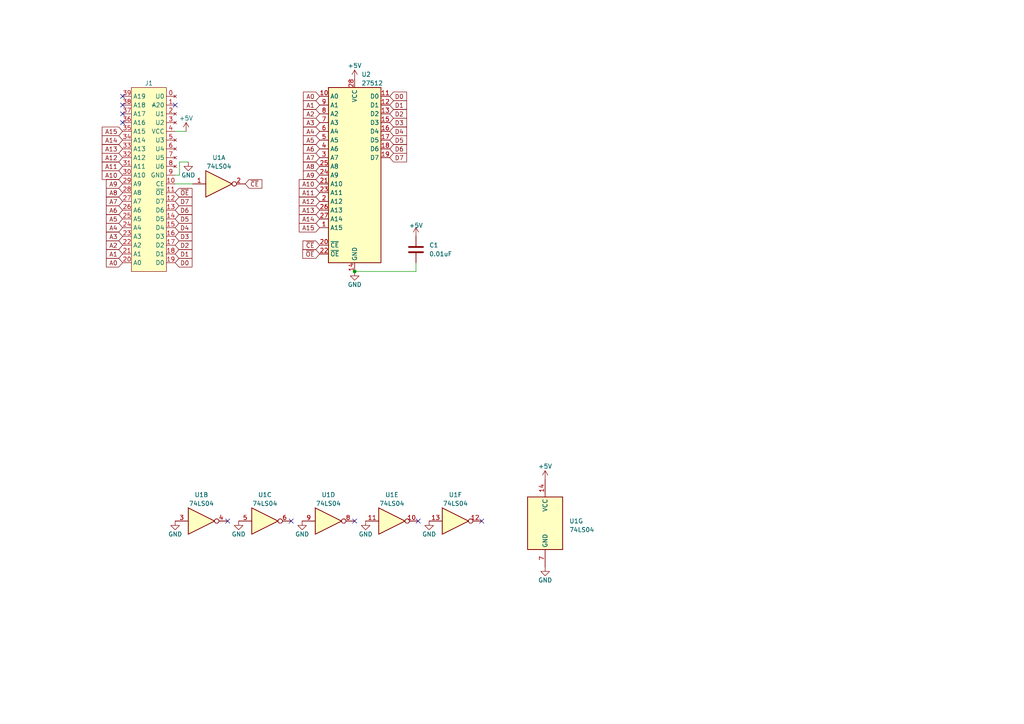
<source format=kicad_sch>
(kicad_sch (version 20230121) (generator eeschema)
  (paper "A4")
  (lib_symbols
    (symbol "74xx:74LS04"
      (property "Reference" "U" (at 0 1.27 0))
      (property "Value" "74LS04" (at 0 -1.27 0))
      (symbol "74LS04_1_0"
        (polyline (pts (xy -3.81 3.81) (xy -3.81 -3.81) (xy 3.81 0) (xy -3.81 3.81)) (stroke (width 0.254)) (fill (type background)))
        (pin input line (at -7.62 0 0) (length 3.81) (name "~") (number "1"))
        (pin output inverted (at 7.62 0 180) (length 3.81) (name "~") (number "2"))
      )
      (symbol "74LS04_2_0"
        (polyline (pts (xy -3.81 3.81) (xy -3.81 -3.81) (xy 3.81 0) (xy -3.81 3.81)) (stroke (width 0.254)) (fill (type background)))
        (pin input line (at -7.62 0 0) (length 3.81) (name "~") (number "3"))
        (pin output inverted (at 7.62 0 180) (length 3.81) (name "~") (number "4"))
      )
      (symbol "74LS04_3_0"
        (polyline (pts (xy -3.81 3.81) (xy -3.81 -3.81) (xy 3.81 0) (xy -3.81 3.81)) (stroke (width 0.254)) (fill (type background)))
        (pin input line (at -7.62 0 0) (length 3.81) (name "~") (number "5"))
        (pin output inverted (at 7.62 0 180) (length 3.81) (name "~") (number "6"))
      )
      (symbol "74LS04_4_0"
        (polyline (pts (xy -3.81 3.81) (xy -3.81 -3.81) (xy 3.81 0) (xy -3.81 3.81)) (stroke (width 0.254)) (fill (type background)))
        (pin output inverted (at 7.62 0 180) (length 3.81) (name "~") (number "8"))
        (pin input line (at -7.62 0 0) (length 3.81) (name "~") (number "9"))
      )
      (symbol "74LS04_5_0"
        (polyline (pts (xy -3.81 3.81) (xy -3.81 -3.81) (xy 3.81 0) (xy -3.81 3.81)) (stroke (width 0.254)) (fill (type background)))
        (pin output inverted (at 7.62 0 180) (length 3.81) (name "~") (number "10"))
        (pin input line (at -7.62 0 0) (length 3.81) (name "~") (number "11"))
      )
      (symbol "74LS04_6_0"
        (polyline (pts (xy -3.81 3.81) (xy -3.81 -3.81) (xy 3.81 0) (xy -3.81 3.81)) (stroke (width 0.254)) (fill (type background)))
        (pin output inverted (at 7.62 0 180) (length 3.81) (name "~") (number "12"))
        (pin input line (at -7.62 0 0) (length 3.81) (name "~") (number "13"))
      )
      (symbol "74LS04_7_0"
        (pin power_in line (at 0 12.7 270) (length 5.08) (name "VCC") (number "14"))
        (pin power_in line (at 0 -12.7 90) (length 5.08) (name "GND") (number "7"))
      )
      (symbol "74LS04_7_1"
        (rectangle (start -5.08 7.62) (end 5.08 -7.62) (stroke (width 0.254)) (fill (type background)))
      )
    )
    (symbol "Device:C" (pin_numbers hide) (pin_names (offset 0.254))
      (property "Reference" "C" (at 0.635 2.54 0))
      (property "Value" "C" (at 0.635 -2.54 0))
      (symbol "C_0_1"
        (polyline (pts (xy -2.032 -0.762) (xy 2.032 -0.762)) (stroke (width 0.508)))
        (polyline (pts (xy -2.032 0.762) (xy 2.032 0.762)) (stroke (width 0.508)))
      )
      (symbol "C_1_1"
        (pin passive line (at 0 3.81 270) (length 2.794) (name "~") (number "1"))
        (pin passive line (at 0 -3.81 90) (length 2.794) (name "~") (number "2"))
      )
    )
    (symbol "Memory_EPROM:27512"
      (property "Reference" "U" (at -7.62 26.67 0))
      (property "Value" "27512" (at 2.54 -26.67 0))
      (symbol "27512_1_1"
        (rectangle (start -7.62 25.4) (end 7.62 -25.4) (stroke (width 0.254)) (fill (type background)))
        (pin input line (at -10.16 -15.24 0) (length 2.54) (name "A15") (number "1"))
        (pin input line (at -10.16 22.86 0) (length 2.54) (name "A0") (number "10"))
        (pin tri_state line (at 10.16 22.86 180) (length 2.54) (name "D0") (number "11"))
        (pin tri_state line (at 10.16 20.32 180) (length 2.54) (name "D1") (number "12"))
        (pin tri_state line (at 10.16 17.78 180) (length 2.54) (name "D2") (number "13"))
        (pin power_in line (at 0 -27.94 90) (length 2.54) (name "GND") (number "14"))
        (pin tri_state line (at 10.16 15.24 180) (length 2.54) (name "D3") (number "15"))
        (pin tri_state line (at 10.16 12.7 180) (length 2.54) (name "D4") (number "16"))
        (pin tri_state line (at 10.16 10.16 180) (length 2.54) (name "D5") (number "17"))
        (pin tri_state line (at 10.16 7.62 180) (length 2.54) (name "D6") (number "18"))
        (pin tri_state line (at 10.16 5.08 180) (length 2.54) (name "D7") (number "19"))
        (pin input line (at -10.16 -7.62 0) (length 2.54) (name "A12") (number "2"))
        (pin input line (at -10.16 -20.32 0) (length 2.54) (name "~{CE}") (number "20"))
        (pin input line (at -10.16 -2.54 0) (length 2.54) (name "A10") (number "21"))
        (pin input line (at -10.16 -22.86 0) (length 2.54) (name "~{OE}") (number "22"))
        (pin input line (at -10.16 -5.08 0) (length 2.54) (name "A11") (number "23"))
        (pin input line (at -10.16 0 0) (length 2.54) (name "A9") (number "24"))
        (pin input line (at -10.16 2.54 0) (length 2.54) (name "A8") (number "25"))
        (pin input line (at -10.16 -10.16 0) (length 2.54) (name "A13") (number "26"))
        (pin input line (at -10.16 -12.7 0) (length 2.54) (name "A14") (number "27"))
        (pin power_in line (at 0 27.94 270) (length 2.54) (name "VCC") (number "28"))
        (pin input line (at -10.16 5.08 0) (length 2.54) (name "A7") (number "3"))
        (pin input line (at -10.16 7.62 0) (length 2.54) (name "A6") (number "4"))
        (pin input line (at -10.16 10.16 0) (length 2.54) (name "A5") (number "5"))
        (pin input line (at -10.16 12.7 0) (length 2.54) (name "A4") (number "6"))
        (pin input line (at -10.16 15.24 0) (length 2.54) (name "A3") (number "7"))
        (pin input line (at -10.16 17.78 0) (length 2.54) (name "A2") (number "8"))
        (pin input line (at -10.16 20.32 0) (length 2.54) (name "A1") (number "9"))
      )
    )
    (symbol "power:+5V" (power) (pin_names (offset 0))
      (property "Value" "+5V" (at 0 3.556 0))
      (symbol "+5V_0_1"
        (polyline (pts (xy -0.762 1.27) (xy 0 2.54)))
        (polyline (pts (xy 0 0) (xy 0 2.54)))
        (polyline (pts (xy 0 2.54) (xy 0.762 1.27)))
      )
      (symbol "+5V_1_1"
        (pin power_in line (at 0 0 90) (length 0) hide (name "+5V") (number "1"))
      )
    )
    (symbol "power:GND" (power) (pin_names (offset 0))
      (property "Value" "GND" (at 0 -3.81 0))
      (symbol "GND_0_1"
        (polyline (pts (xy 0 0) (xy 0 -1.27) (xy 1.27 -1.27) (xy 0 -2.54) (xy -1.27 -1.27) (xy 0 -1.27)))
      )
      (symbol "GND_1_1"
        (pin power_in line (at 0 0 270) (length 0) hide (name "GND") (number "1"))
      )
    )
    (symbol "symbols:Game.Com"
      (property "Reference" "J" (at 0 6.35 0))
      (symbol "Game.Com_1_1"
        (rectangle (start -5.08 5.08) (end 5.08 -48.26) (fill (type background)))
        (pin no_connect line (at 7.62 2.54 180) (length 2.54) (name "U0") (number "0"))
        (pin output line (at 7.62 0 180) (length 2.54) (name "A20") (number "1"))
        (pin output line (at 7.62 -22.86 180) (length 2.54) (name "CE") (number "10"))
        (pin output line (at 7.62 -25.4 180) (length 2.54) (name "~{OE}") (number "11"))
        (pin bidirectional line (at 7.62 -27.94 180) (length 2.54) (name "D7") (number "12"))
        (pin bidirectional line (at 7.62 -30.48 180) (length 2.54) (name "D6") (number "13"))
        (pin bidirectional line (at 7.62 -33.02 180) (length 2.54) (name "D5") (number "14"))
        (pin bidirectional line (at 7.62 -35.56 180) (length 2.54) (name "D4") (number "15"))
        (pin bidirectional line (at 7.62 -38.1 180) (length 2.54) (name "D3") (number "16"))
        (pin bidirectional line (at 7.62 -40.64 180) (length 2.54) (name "D2") (number "17"))
        (pin bidirectional line (at 7.62 -43.18 180) (length 2.54) (name "D1") (number "18"))
        (pin bidirectional line (at 7.62 -45.72 180) (length 2.54) (name "D0") (number "19"))
        (pin no_connect line (at 7.62 -2.54 180) (length 2.54) (name "U1") (number "2"))
        (pin output line (at -7.62 -45.72 0) (length 2.54) (name "A0") (number "20"))
        (pin output line (at -7.62 -43.18 0) (length 2.54) (name "A1") (number "21"))
        (pin output line (at -7.62 -40.64 0) (length 2.54) (name "A2") (number "22"))
        (pin output line (at -7.62 -38.1 0) (length 2.54) (name "A3") (number "23"))
        (pin output line (at -7.62 -35.56 0) (length 2.54) (name "A4") (number "24"))
        (pin output line (at -7.62 -33.02 0) (length 2.54) (name "A5") (number "25"))
        (pin output line (at -7.62 -30.48 0) (length 2.54) (name "A6") (number "26"))
        (pin output line (at -7.62 -27.94 0) (length 2.54) (name "A7") (number "27"))
        (pin output line (at -7.62 -25.4 0) (length 2.54) (name "A8") (number "28"))
        (pin output line (at -7.62 -22.86 0) (length 2.54) (name "A9") (number "29"))
        (pin no_connect line (at 7.62 -5.08 180) (length 2.54) (name "U2") (number "3"))
        (pin output line (at -7.62 -20.32 0) (length 2.54) (name "A10") (number "30"))
        (pin output line (at -7.62 -17.78 0) (length 2.54) (name "A11") (number "31"))
        (pin output line (at -7.62 -15.24 0) (length 2.54) (name "A12") (number "32"))
        (pin output line (at -7.62 -12.7 0) (length 2.54) (name "A13") (number "33"))
        (pin output line (at -7.62 -10.16 0) (length 2.54) (name "A14") (number "34"))
        (pin output line (at -7.62 -7.62 0) (length 2.54) (name "A15") (number "35"))
        (pin output line (at -7.62 -5.08 0) (length 2.54) (name "A16") (number "36"))
        (pin output line (at -7.62 -2.54 0) (length 2.54) (name "A17") (number "37"))
        (pin output line (at -7.62 0 0) (length 2.54) (name "A18") (number "38"))
        (pin output line (at -7.62 2.54 0) (length 2.54) (name "A19") (number "39"))
        (pin power_out line (at 7.62 -7.62 180) (length 2.54) (name "VCC") (number "4"))
        (pin no_connect line (at 7.62 -10.16 180) (length 2.54) (name "U3") (number "5"))
        (pin no_connect line (at 7.62 -12.7 180) (length 2.54) (name "U4") (number "6"))
        (pin no_connect line (at 7.62 -15.24 180) (length 2.54) (name "U5") (number "7"))
        (pin no_connect line (at 7.62 -17.78 180) (length 2.54) (name "U6") (number "8"))
        (pin power_out line (at 7.62 -20.32 180) (length 2.54) (name "GND") (number "9"))
      )
    )
  )
  (junction (at 102.87 78.74))
  (no_connect (at 35.56 35.56))
  (no_connect (at 121.285 151.13))
  (no_connect (at 35.56 30.48))
  (no_connect (at 66.04 151.13))
  (no_connect (at 35.56 33.02))
  (no_connect (at 139.7 151.13))
  (no_connect (at 84.455 151.13))
  (no_connect (at 102.87 151.13))
  (no_connect (at 50.8 30.48))
  (no_connect (at 35.56 27.94))
  (wire (pts (xy 52.07 46.99) (xy 54.61 46.99)))
  (wire (pts (xy 50.8 50.8) (xy 52.07 50.8)))
  (wire (pts (xy 50.8 53.34) (xy 55.88 53.34)))
  (wire (pts (xy 120.65 76.2) (xy 120.65 78.74)))
  (wire (pts (xy 120.65 78.74) (xy 102.87 78.74)))
  (wire (pts (xy 50.8 38.1) (xy 53.975 38.1)))
  (wire (pts (xy 52.07 50.8) (xy 52.07 46.99)))
  (global_label "D4" (shape input) (at 50.8 66.04 0) (property "Intersheetrefs" "${INTERSHEET_REFS}" (effects hide)))
  (global_label "D1" (shape input) (at 113.03 30.48 0) (property "Intersheetrefs" "${INTERSHEET_REFS}" (effects hide)))
  (global_label "D1" (shape input) (at 50.8 73.66 0) (property "Intersheetrefs" "${INTERSHEET_REFS}" (effects hide)))
  (global_label "A4" (shape input) (at 35.56 66.04 180) (property "Intersheetrefs" "${INTERSHEET_REFS}" (effects hide)))
  (global_label "D7" (shape input) (at 50.8 58.42 0) (property "Intersheetrefs" "${INTERSHEET_REFS}" (effects hide)))
  (global_label "A10" (shape input) (at 92.71 53.34 180) (property "Intersheetrefs" "${INTERSHEET_REFS}" (effects hide)))
  (global_label "~{OE}" (shape input) (at 50.8 55.88 0) (property "Intersheetrefs" "${INTERSHEET_REFS}" (effects hide)))
  (global_label "D5" (shape input) (at 50.8 63.5 0) (property "Intersheetrefs" "${INTERSHEET_REFS}" (effects hide)))
  (global_label "A2" (shape input) (at 35.56 71.12 180) (property "Intersheetrefs" "${INTERSHEET_REFS}" (effects hide)))
  (global_label "A15" (shape input) (at 35.56 38.1 180) (property "Intersheetrefs" "${INTERSHEET_REFS}" (effects hide)))
  (global_label "A1" (shape input) (at 92.71 30.48 180) (property "Intersheetrefs" "${INTERSHEET_REFS}" (effects hide)))
  (global_label "D6" (shape input) (at 50.8 60.96 0) (property "Intersheetrefs" "${INTERSHEET_REFS}" (effects hide)))
  (global_label "A3" (shape input) (at 92.71 35.56 180) (property "Intersheetrefs" "${INTERSHEET_REFS}" (effects hide)))
  (global_label "D5" (shape input) (at 113.03 40.64 0) (property "Intersheetrefs" "${INTERSHEET_REFS}" (effects hide)))
  (global_label "~{OE}" (shape input) (at 92.71 73.66 180) (property "Intersheetrefs" "${INTERSHEET_REFS}" (effects hide)))
  (global_label "D3" (shape input) (at 113.03 35.56 0) (property "Intersheetrefs" "${INTERSHEET_REFS}" (effects hide)))
  (global_label "A4" (shape input) (at 92.71 38.1 180) (property "Intersheetrefs" "${INTERSHEET_REFS}" (effects hide)))
  (global_label "A13" (shape input) (at 92.71 60.96 180) (property "Intersheetrefs" "${INTERSHEET_REFS}" (effects hide)))
  (global_label "D6" (shape input) (at 113.03 43.18 0) (property "Intersheetrefs" "${INTERSHEET_REFS}" (effects hide)))
  (global_label "A1" (shape input) (at 35.56 73.66 180) (property "Intersheetrefs" "${INTERSHEET_REFS}" (effects hide)))
  (global_label "A5" (shape input) (at 35.56 63.5 180) (property "Intersheetrefs" "${INTERSHEET_REFS}" (effects hide)))
  (global_label "A10" (shape input) (at 35.56 50.8 180) (property "Intersheetrefs" "${INTERSHEET_REFS}" (effects hide)))
  (global_label "D3" (shape input) (at 50.8 68.58 0) (property "Intersheetrefs" "${INTERSHEET_REFS}" (effects hide)))
  (global_label "A15" (shape input) (at 92.71 66.04 180) (property "Intersheetrefs" "${INTERSHEET_REFS}" (effects hide)))
  (global_label "A5" (shape input) (at 92.71 40.64 180) (property "Intersheetrefs" "${INTERSHEET_REFS}" (effects hide)))
  (global_label "A6" (shape input) (at 92.71 43.18 180) (property "Intersheetrefs" "${INTERSHEET_REFS}" (effects hide)))
  (global_label "A8" (shape input) (at 35.56 55.88 180) (property "Intersheetrefs" "${INTERSHEET_REFS}" (effects hide)))
  (global_label "A9" (shape input) (at 92.71 50.8 180) (property "Intersheetrefs" "${INTERSHEET_REFS}" (effects hide)))
  (global_label "A6" (shape input) (at 35.56 60.96 180) (property "Intersheetrefs" "${INTERSHEET_REFS}" (effects hide)))
  (global_label "A3" (shape input) (at 35.56 68.58 180) (property "Intersheetrefs" "${INTERSHEET_REFS}" (effects hide)))
  (global_label "D0" (shape input) (at 113.03 27.94 0) (property "Intersheetrefs" "${INTERSHEET_REFS}" (effects hide)))
  (global_label "A12" (shape input) (at 92.71 58.42 180) (property "Intersheetrefs" "${INTERSHEET_REFS}" (effects hide)))
  (global_label "~{CE}" (shape input) (at 71.12 53.34 0) (property "Intersheetrefs" "${INTERSHEET_REFS}" (effects hide)))
  (global_label "A14" (shape input) (at 35.56 40.64 180) (property "Intersheetrefs" "${INTERSHEET_REFS}" (effects hide)))
  (global_label "A11" (shape input) (at 35.56 48.26 180) (property "Intersheetrefs" "${INTERSHEET_REFS}" (effects hide)))
  (global_label "D4" (shape input) (at 113.03 38.1 0) (property "Intersheetrefs" "${INTERSHEET_REFS}" (effects hide)))
  (global_label "D2" (shape input) (at 113.03 33.02 0) (property "Intersheetrefs" "${INTERSHEET_REFS}" (effects hide)))
  (global_label "A7" (shape input) (at 92.71 45.72 180) (property "Intersheetrefs" "${INTERSHEET_REFS}" (effects hide)))
  (global_label "D7" (shape input) (at 113.03 45.72 0) (property "Intersheetrefs" "${INTERSHEET_REFS}" (effects hide)))
  (global_label "~{CE}" (shape input) (at 92.71 71.12 180) (property "Intersheetrefs" "${INTERSHEET_REFS}" (effects hide)))
  (global_label "A13" (shape input) (at 35.56 43.18 180) (property "Intersheetrefs" "${INTERSHEET_REFS}" (effects hide)))
  (global_label "A9" (shape input) (at 35.56 53.34 180) (property "Intersheetrefs" "${INTERSHEET_REFS}" (effects hide)))
  (global_label "D2" (shape input) (at 50.8 71.12 0) (property "Intersheetrefs" "${INTERSHEET_REFS}" (effects hide)))
  (global_label "A0" (shape input) (at 92.71 27.94 180) (property "Intersheetrefs" "${INTERSHEET_REFS}" (effects hide)))
  (global_label "A8" (shape input) (at 92.71 48.26 180) (property "Intersheetrefs" "${INTERSHEET_REFS}" (effects hide)))
  (global_label "A12" (shape input) (at 35.56 45.72 180) (property "Intersheetrefs" "${INTERSHEET_REFS}" (effects hide)))
  (global_label "D0" (shape input) (at 50.8 76.2 0) (property "Intersheetrefs" "${INTERSHEET_REFS}" (effects hide)))
  (global_label "A14" (shape input) (at 92.71 63.5 180) (property "Intersheetrefs" "${INTERSHEET_REFS}" (effects hide)))
  (global_label "A0" (shape input) (at 35.56 76.2 180) (property "Intersheetrefs" "${INTERSHEET_REFS}" (effects hide)))
  (global_label "A11" (shape input) (at 92.71 55.88 180) (property "Intersheetrefs" "${INTERSHEET_REFS}" (effects hide)))
  (global_label "A7" (shape input) (at 35.56 58.42 180) (property "Intersheetrefs" "${INTERSHEET_REFS}" (effects hide)))
  (global_label "A2" (shape input) (at 92.71 33.02 180) (property "Intersheetrefs" "${INTERSHEET_REFS}" (effects hide)))
  (symbol (lib_id "74xx:74LS04") (at 58.42 151.13 0) (unit 2)
    (property "Reference" "U1" (at 58.42 143.51 0))
    (property "Value" "74LS04" (at 58.42 146.05 0))
    (property "Footprint" "Package_DIP:DIP-14_W7.62mm_LongPads" (effects hide))
    (property "Datasheet" "http://www.ti.com/lit/gpn/sn74LS04" (effects hide))
  )
  (symbol (lib_id "power:GND") (at 54.61 46.99 0) (unit 1)
    (property "Reference" "#PWR011" (effects hide))
    (property "Value" "GND" (at 54.61 50.8 0))
  )
  (symbol (lib_id "Device:C") (at 120.65 72.39 0) (unit 1)
    (property "Reference" "C1" (at 124.46 71.1199 0) (effects (justify left)))
    (property "Value" "0.01uF" (at 124.46 73.6599 0) (effects (justify left)))
    (property "Footprint" "Capacitor_THT:C_Disc_D5.0mm_W2.5mm_P2.50mm" (effects hide))
  )
  (symbol (lib_id "power:GND") (at 158.115 164.465 0) (unit 1)
    (property "Reference" "#PWR04" (effects hide))
    (property "Value" "GND" (at 158.115 168.275 0))
  )
  (symbol (lib_id "power:GND") (at 69.215 151.13 0) (unit 1)
    (property "Reference" "#PWR08" (effects hide))
    (property "Value" "GND" (at 69.215 154.94 0))
  )
  (symbol (lib_id "power:+5V") (at 53.975 38.1 0) (unit 1)
    (property "Reference" "#PWR010" (effects hide))
    (property "Value" "+5V" (at 53.975 34.29 0))
  )
  (symbol (lib_id "74xx:74LS04") (at 113.665 151.13 0) (unit 5)
    (property "Reference" "U1" (at 113.665 143.51 0))
    (property "Value" "74LS04" (at 113.665 146.05 0))
    (property "Footprint" "Package_DIP:DIP-14_W7.62mm_LongPads" (effects hide))
    (property "Datasheet" "http://www.ti.com/lit/gpn/sn74LS04" (effects hide))
  )
  (symbol (lib_id "power:GND") (at 87.63 151.13 0) (unit 1)
    (property "Reference" "#PWR07" (effects hide))
    (property "Value" "GND" (at 87.63 154.94 0))
  )
  (symbol (lib_id "power:GND") (at 106.045 151.13 0) (unit 1)
    (property "Reference" "#PWR06" (effects hide))
    (property "Value" "GND" (at 106.045 154.94 0))
  )
  (symbol (lib_id "power:GND") (at 124.46 151.13 0) (unit 1)
    (property "Reference" "#PWR05" (effects hide))
    (property "Value" "GND" (at 124.46 154.94 0))
  )
  (symbol (lib_id "74xx:74LS04") (at 63.5 53.34 0) (unit 1)
    (property "Reference" "U1" (at 63.5 45.72 0))
    (property "Value" "74LS04" (at 63.5 48.26 0))
    (property "Footprint" "Package_DIP:DIP-14_W7.62mm_LongPads" (effects hide))
    (property "Datasheet" "http://www.ti.com/lit/gpn/sn74LS04" (effects hide))
  )
  (symbol (lib_id "74xx:74LS04") (at 132.08 151.13 0) (unit 6)
    (property "Reference" "U1" (at 132.08 143.51 0))
    (property "Value" "74LS04" (at 132.08 146.05 0))
    (property "Footprint" "Package_DIP:DIP-14_W7.62mm_LongPads" (effects hide))
    (property "Datasheet" "http://www.ti.com/lit/gpn/sn74LS04" (effects hide))
  )
  (symbol (lib_id "Memory_EPROM:27512") (at 102.87 50.8 0) (unit 1)
    (property "Reference" "U2" (at 104.8259 21.59 0) (effects (justify left)))
    (property "Value" "27512" (at 104.8259 24.13 0) (effects (justify left)))
    (property "Footprint" "Package_DIP:DIP-28_W15.24mm_Socket_LongPads" (effects hide))
    (property "Datasheet" "http://pdf.datasheetcatalog.com/datasheets/120/227190_DS.pdf" (effects hide))
  )
  (symbol (lib_id "symbols:Game.Com") (at 43.18 30.48 0) (unit 1)
    (property "Reference" "J1" (at 43.18 24.13 0))
    (property "Value" "~" (at 44.45 30.48 0))
    (property "Footprint" "ffff:GameCom" (effects hide))
  )
  (symbol (lib_id "power:+5V") (at 158.115 139.065 0) (unit 1)
    (property "Reference" "#PWR03" (effects hide))
    (property "Value" "+5V" (at 158.115 135.255 0))
  )
  (symbol (lib_id "power:GND") (at 50.8 151.13 0) (unit 1)
    (property "Reference" "#PWR09" (effects hide))
    (property "Value" "GND" (at 50.8 154.94 0))
  )
  (symbol (lib_id "74xx:74LS04") (at 158.115 151.765 0) (unit 7)
    (property "Reference" "U1" (at 165.1 151.13 0) (effects (justify left)))
    (property "Value" "74LS04" (at 165.1 153.67 0) (effects (justify left)))
    (property "Footprint" "Package_DIP:DIP-14_W7.62mm_LongPads" (effects hide))
    (property "Datasheet" "http://www.ti.com/lit/gpn/sn74LS04" (effects hide))
  )
  (symbol (lib_id "power:+5V") (at 120.65 68.58 0) (unit 1)
    (property "Reference" "#PWR012" (effects hide))
    (property "Value" "+5V" (at 120.65 65.405 0))
  )
  (symbol (lib_id "power:GND") (at 102.87 78.74 0) (unit 1)
    (property "Reference" "#PWR02" (effects hide))
    (property "Value" "GND" (at 102.87 82.55 0))
  )
  (symbol (lib_id "74xx:74LS04") (at 95.25 151.13 0) (unit 4)
    (property "Reference" "U1" (at 95.25 143.51 0))
    (property "Value" "74LS04" (at 95.25 146.05 0))
    (property "Footprint" "Package_DIP:DIP-14_W7.62mm_LongPads" (effects hide))
    (property "Datasheet" "http://www.ti.com/lit/gpn/sn74LS04" (effects hide))
  )
  (symbol (lib_id "74xx:74LS04") (at 76.835 151.13 0) (unit 3)
    (property "Reference" "U1" (at 76.835 143.51 0))
    (property "Value" "74LS04" (at 76.835 146.05 0))
    (property "Footprint" "Package_DIP:DIP-14_W7.62mm_LongPads" (effects hide))
    (property "Datasheet" "http://www.ti.com/lit/gpn/sn74LS04" (effects hide))
  )
  (symbol (lib_id "power:+5V") (at 102.87 22.86 0) (unit 1)
    (property "Reference" "#PWR01" (effects hide))
    (property "Value" "+5V" (at 102.87 19.05 0))
  )
)
</source>
